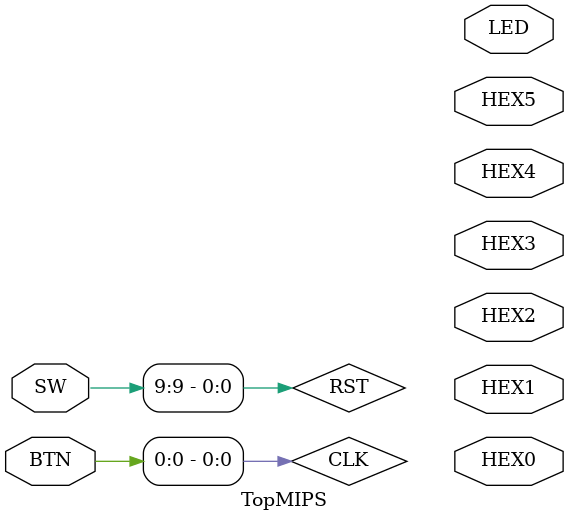
<source format=v>
module TopMIPS (
    input [9:0] SW,
    input [2:0] BTN,
    output [7:0] HEX0, HEX1, HEX2, HEX3, HEX4, HEX5,
    output [4:0] LED
);
`include "common_param.vh"

// クロックとリセットを上位の仕様に合わせて参照
wire RST = SW[9];
wire CLK = BTN[0];

wire [31:0] PC, Result,Rdata1, Rdata2, Wdata, Ins, nextPC, Ed32;
wire [31:0] display_data;
wire [7:0] pc_disp;

// クロック制御
reg prev_BTN, step_clk;
always @(posedge CLK or posedge RST) begin
    if (RST) begin
        prev_BTN <= 0;
        step_clk <= 0;
    end else begin
        prev_BTN <= BTN[0];
        step_clk <= ~prev_BTN & BTN[0];
    end
end

// ...他ロジック...

endmodule

</source>
